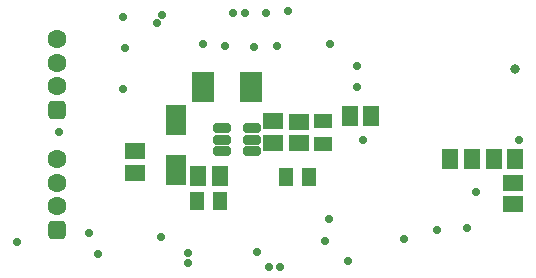
<source format=gbr>
G04*
G04 #@! TF.GenerationSoftware,Altium Limited,Altium Designer,23.0.1 (38)*
G04*
G04 Layer_Color=16711935*
%FSLAX25Y25*%
%MOIN*%
G70*
G04*
G04 #@! TF.SameCoordinates,29F5B130-E819-45AE-A50E-1DD68B7551F0*
G04*
G04*
G04 #@! TF.FilePolarity,Negative*
G04*
G01*
G75*
%ADD30R,0.06115X0.04934*%
%ADD31R,0.04934X0.06115*%
%ADD39C,0.06312*%
G04:AMPARAMS|DCode=40|XSize=63.12mil|YSize=63.12mil|CornerRadius=17.78mil|HoleSize=0mil|Usage=FLASHONLY|Rotation=90.000|XOffset=0mil|YOffset=0mil|HoleType=Round|Shape=RoundedRectangle|*
%AMROUNDEDRECTD40*
21,1,0.06312,0.02756,0,0,90.0*
21,1,0.02756,0.06312,0,0,90.0*
1,1,0.03556,0.01378,0.01378*
1,1,0.03556,0.01378,-0.01378*
1,1,0.03556,-0.01378,-0.01378*
1,1,0.03556,-0.01378,0.01378*
%
%ADD40ROUNDEDRECTD40*%
%ADD41C,0.02800*%
%ADD42C,0.03300*%
%ADD57R,0.07480X0.09843*%
%ADD61R,0.06706X0.05524*%
%ADD62R,0.06902X0.10052*%
%ADD63R,0.05524X0.06706*%
G04:AMPARAMS|DCode=64|XSize=57.21mil|YSize=31.23mil|CornerRadius=6.9mil|HoleSize=0mil|Usage=FLASHONLY|Rotation=180.000|XOffset=0mil|YOffset=0mil|HoleType=Round|Shape=RoundedRectangle|*
%AMROUNDEDRECTD64*
21,1,0.05721,0.01742,0,0,180.0*
21,1,0.04341,0.03123,0,0,180.0*
1,1,0.01381,-0.02170,0.00871*
1,1,0.01381,0.02170,0.00871*
1,1,0.01381,0.02170,-0.00871*
1,1,0.01381,-0.02170,-0.00871*
%
%ADD64ROUNDEDRECTD64*%
D30*
X411500Y253839D02*
D03*
Y246161D02*
D03*
D31*
X377339Y227000D02*
D03*
X369661D02*
D03*
X399161Y235000D02*
D03*
X406839D02*
D03*
D39*
X323000Y233126D02*
D03*
Y241000D02*
D03*
Y225252D02*
D03*
Y281000D02*
D03*
Y273126D02*
D03*
Y265252D02*
D03*
D40*
Y217378D02*
D03*
Y257378D02*
D03*
D41*
X459500Y218000D02*
D03*
X412060Y213577D02*
D03*
X397176Y204969D02*
D03*
X393640D02*
D03*
X389495Y210000D02*
D03*
X366382Y209736D02*
D03*
X379000Y278583D02*
D03*
X371349Y279302D02*
D03*
X414000Y279469D02*
D03*
X385500Y289750D02*
D03*
X392500D02*
D03*
X381500D02*
D03*
X400000Y290423D02*
D03*
X396008Y278571D02*
D03*
X423000Y265000D02*
D03*
X356323Y286475D02*
D03*
X357943Y289000D02*
D03*
X425000Y247500D02*
D03*
X423000Y272000D02*
D03*
X357500Y215000D02*
D03*
X336500Y209500D02*
D03*
X388500Y278500D02*
D03*
X420000Y207000D02*
D03*
X477000Y247500D02*
D03*
X345000Y288423D02*
D03*
X345354Y278146D02*
D03*
X438500Y214500D02*
D03*
X366500Y206500D02*
D03*
X323500Y250000D02*
D03*
X309500Y213500D02*
D03*
X333500Y216500D02*
D03*
X345000Y264500D02*
D03*
X413500Y221114D02*
D03*
X449500Y217500D02*
D03*
X462500Y230000D02*
D03*
D42*
X475500Y271000D02*
D03*
D57*
X387571Y265000D02*
D03*
X371429D02*
D03*
D61*
X403500Y253500D02*
D03*
X395000Y253543D02*
D03*
X475000Y233043D02*
D03*
Y225957D02*
D03*
X403500Y246413D02*
D03*
X395000Y246457D02*
D03*
X349000Y236457D02*
D03*
Y243543D02*
D03*
D62*
X362500Y237465D02*
D03*
Y254000D02*
D03*
D63*
X369957Y235500D02*
D03*
X377043D02*
D03*
X468457Y241000D02*
D03*
X475543D02*
D03*
X453957D02*
D03*
X461043D02*
D03*
X427500Y255500D02*
D03*
X420413D02*
D03*
D64*
X387697Y251240D02*
D03*
Y247500D02*
D03*
Y243760D02*
D03*
X377815D02*
D03*
Y247500D02*
D03*
Y251240D02*
D03*
M02*

</source>
